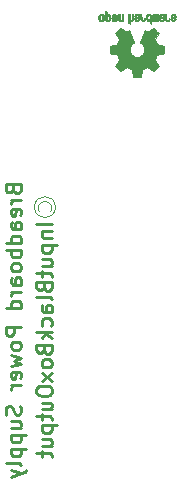
<source format=gbo>
G04 #@! TF.GenerationSoftware,KiCad,Pcbnew,(5.1.4)-1*
G04 #@! TF.CreationDate,2020-11-14T09:15:54+05:30*
G04 #@! TF.ProjectId,Breadboard_Power_Supply,42726561-6462-46f6-9172-645f506f7765,1*
G04 #@! TF.SameCoordinates,Original*
G04 #@! TF.FileFunction,Legend,Bot*
G04 #@! TF.FilePolarity,Positive*
%FSLAX46Y46*%
G04 Gerber Fmt 4.6, Leading zero omitted, Abs format (unit mm)*
G04 Created by KiCad (PCBNEW (5.1.4)-1) date 2020-11-14 09:15:54*
%MOMM*%
%LPD*%
G04 APERTURE LIST*
%ADD10C,0.120000*%
%ADD11C,0.250000*%
%ADD12C,0.010000*%
G04 APERTURE END LIST*
D10*
X140608054Y-77494844D02*
G75*
G02X141600000Y-77500000I497519J294844D01*
G01*
X142000000Y-77105573D02*
G75*
G03X142000000Y-77105573I-894427J0D01*
G01*
D11*
X141688095Y-78550000D02*
X140388095Y-78550000D01*
X140821428Y-79169047D02*
X141688095Y-79169047D01*
X140945238Y-79169047D02*
X140883333Y-79230952D01*
X140821428Y-79354761D01*
X140821428Y-79540476D01*
X140883333Y-79664285D01*
X141007142Y-79726190D01*
X141688095Y-79726190D01*
X140821428Y-80345238D02*
X142121428Y-80345238D01*
X140883333Y-80345238D02*
X140821428Y-80469047D01*
X140821428Y-80716666D01*
X140883333Y-80840476D01*
X140945238Y-80902380D01*
X141069047Y-80964285D01*
X141440476Y-80964285D01*
X141564285Y-80902380D01*
X141626190Y-80840476D01*
X141688095Y-80716666D01*
X141688095Y-80469047D01*
X141626190Y-80345238D01*
X140821428Y-82078571D02*
X141688095Y-82078571D01*
X140821428Y-81521428D02*
X141502380Y-81521428D01*
X141626190Y-81583333D01*
X141688095Y-81707142D01*
X141688095Y-81892857D01*
X141626190Y-82016666D01*
X141564285Y-82078571D01*
X140821428Y-82511904D02*
X140821428Y-83007142D01*
X140388095Y-82697619D02*
X141502380Y-82697619D01*
X141626190Y-82759523D01*
X141688095Y-82883333D01*
X141688095Y-83007142D01*
X141007142Y-83873809D02*
X141069047Y-84059523D01*
X141130952Y-84121428D01*
X141254761Y-84183333D01*
X141440476Y-84183333D01*
X141564285Y-84121428D01*
X141626190Y-84059523D01*
X141688095Y-83935714D01*
X141688095Y-83440476D01*
X140388095Y-83440476D01*
X140388095Y-83873809D01*
X140450000Y-83997619D01*
X140511904Y-84059523D01*
X140635714Y-84121428D01*
X140759523Y-84121428D01*
X140883333Y-84059523D01*
X140945238Y-83997619D01*
X141007142Y-83873809D01*
X141007142Y-83440476D01*
X141688095Y-84926190D02*
X141626190Y-84802380D01*
X141502380Y-84740476D01*
X140388095Y-84740476D01*
X141688095Y-85978571D02*
X141007142Y-85978571D01*
X140883333Y-85916666D01*
X140821428Y-85792857D01*
X140821428Y-85545238D01*
X140883333Y-85421428D01*
X141626190Y-85978571D02*
X141688095Y-85854761D01*
X141688095Y-85545238D01*
X141626190Y-85421428D01*
X141502380Y-85359523D01*
X141378571Y-85359523D01*
X141254761Y-85421428D01*
X141192857Y-85545238D01*
X141192857Y-85854761D01*
X141130952Y-85978571D01*
X141626190Y-87154761D02*
X141688095Y-87030952D01*
X141688095Y-86783333D01*
X141626190Y-86659523D01*
X141564285Y-86597619D01*
X141440476Y-86535714D01*
X141069047Y-86535714D01*
X140945238Y-86597619D01*
X140883333Y-86659523D01*
X140821428Y-86783333D01*
X140821428Y-87030952D01*
X140883333Y-87154761D01*
X141688095Y-87711904D02*
X140388095Y-87711904D01*
X141192857Y-87835714D02*
X141688095Y-88207142D01*
X140821428Y-88207142D02*
X141316666Y-87711904D01*
X141007142Y-89197619D02*
X141069047Y-89383333D01*
X141130952Y-89445238D01*
X141254761Y-89507142D01*
X141440476Y-89507142D01*
X141564285Y-89445238D01*
X141626190Y-89383333D01*
X141688095Y-89259523D01*
X141688095Y-88764285D01*
X140388095Y-88764285D01*
X140388095Y-89197619D01*
X140450000Y-89321428D01*
X140511904Y-89383333D01*
X140635714Y-89445238D01*
X140759523Y-89445238D01*
X140883333Y-89383333D01*
X140945238Y-89321428D01*
X141007142Y-89197619D01*
X141007142Y-88764285D01*
X141688095Y-90250000D02*
X141626190Y-90126190D01*
X141564285Y-90064285D01*
X141440476Y-90002380D01*
X141069047Y-90002380D01*
X140945238Y-90064285D01*
X140883333Y-90126190D01*
X140821428Y-90250000D01*
X140821428Y-90435714D01*
X140883333Y-90559523D01*
X140945238Y-90621428D01*
X141069047Y-90683333D01*
X141440476Y-90683333D01*
X141564285Y-90621428D01*
X141626190Y-90559523D01*
X141688095Y-90435714D01*
X141688095Y-90250000D01*
X141688095Y-91116666D02*
X140821428Y-91797619D01*
X140821428Y-91116666D02*
X141688095Y-91797619D01*
X140388095Y-92540476D02*
X140388095Y-92788095D01*
X140450000Y-92911904D01*
X140573809Y-93035714D01*
X140821428Y-93097619D01*
X141254761Y-93097619D01*
X141502380Y-93035714D01*
X141626190Y-92911904D01*
X141688095Y-92788095D01*
X141688095Y-92540476D01*
X141626190Y-92416666D01*
X141502380Y-92292857D01*
X141254761Y-92230952D01*
X140821428Y-92230952D01*
X140573809Y-92292857D01*
X140450000Y-92416666D01*
X140388095Y-92540476D01*
X140821428Y-94211904D02*
X141688095Y-94211904D01*
X140821428Y-93654761D02*
X141502380Y-93654761D01*
X141626190Y-93716666D01*
X141688095Y-93840476D01*
X141688095Y-94026190D01*
X141626190Y-94150000D01*
X141564285Y-94211904D01*
X140821428Y-94645238D02*
X140821428Y-95140476D01*
X140388095Y-94830952D02*
X141502380Y-94830952D01*
X141626190Y-94892857D01*
X141688095Y-95016666D01*
X141688095Y-95140476D01*
X140821428Y-95573809D02*
X142121428Y-95573809D01*
X140883333Y-95573809D02*
X140821428Y-95697619D01*
X140821428Y-95945238D01*
X140883333Y-96069047D01*
X140945238Y-96130952D01*
X141069047Y-96192857D01*
X141440476Y-96192857D01*
X141564285Y-96130952D01*
X141626190Y-96069047D01*
X141688095Y-95945238D01*
X141688095Y-95697619D01*
X141626190Y-95573809D01*
X140821428Y-97307142D02*
X141688095Y-97307142D01*
X140821428Y-96750000D02*
X141502380Y-96750000D01*
X141626190Y-96811904D01*
X141688095Y-96935714D01*
X141688095Y-97121428D01*
X141626190Y-97245238D01*
X141564285Y-97307142D01*
X140821428Y-97740476D02*
X140821428Y-98235714D01*
X140388095Y-97926190D02*
X141502380Y-97926190D01*
X141626190Y-97988095D01*
X141688095Y-98111904D01*
X141688095Y-98235714D01*
X138407142Y-75614285D02*
X138469047Y-75800000D01*
X138530952Y-75861904D01*
X138654761Y-75923809D01*
X138840476Y-75923809D01*
X138964285Y-75861904D01*
X139026190Y-75800000D01*
X139088095Y-75676190D01*
X139088095Y-75180952D01*
X137788095Y-75180952D01*
X137788095Y-75614285D01*
X137850000Y-75738095D01*
X137911904Y-75800000D01*
X138035714Y-75861904D01*
X138159523Y-75861904D01*
X138283333Y-75800000D01*
X138345238Y-75738095D01*
X138407142Y-75614285D01*
X138407142Y-75180952D01*
X139088095Y-76480952D02*
X138221428Y-76480952D01*
X138469047Y-76480952D02*
X138345238Y-76542857D01*
X138283333Y-76604761D01*
X138221428Y-76728571D01*
X138221428Y-76852380D01*
X139026190Y-77780952D02*
X139088095Y-77657142D01*
X139088095Y-77409523D01*
X139026190Y-77285714D01*
X138902380Y-77223809D01*
X138407142Y-77223809D01*
X138283333Y-77285714D01*
X138221428Y-77409523D01*
X138221428Y-77657142D01*
X138283333Y-77780952D01*
X138407142Y-77842857D01*
X138530952Y-77842857D01*
X138654761Y-77223809D01*
X139088095Y-78957142D02*
X138407142Y-78957142D01*
X138283333Y-78895238D01*
X138221428Y-78771428D01*
X138221428Y-78523809D01*
X138283333Y-78400000D01*
X139026190Y-78957142D02*
X139088095Y-78833333D01*
X139088095Y-78523809D01*
X139026190Y-78400000D01*
X138902380Y-78338095D01*
X138778571Y-78338095D01*
X138654761Y-78400000D01*
X138592857Y-78523809D01*
X138592857Y-78833333D01*
X138530952Y-78957142D01*
X139088095Y-80133333D02*
X137788095Y-80133333D01*
X139026190Y-80133333D02*
X139088095Y-80009523D01*
X139088095Y-79761904D01*
X139026190Y-79638095D01*
X138964285Y-79576190D01*
X138840476Y-79514285D01*
X138469047Y-79514285D01*
X138345238Y-79576190D01*
X138283333Y-79638095D01*
X138221428Y-79761904D01*
X138221428Y-80009523D01*
X138283333Y-80133333D01*
X139088095Y-80752380D02*
X137788095Y-80752380D01*
X138283333Y-80752380D02*
X138221428Y-80876190D01*
X138221428Y-81123809D01*
X138283333Y-81247619D01*
X138345238Y-81309523D01*
X138469047Y-81371428D01*
X138840476Y-81371428D01*
X138964285Y-81309523D01*
X139026190Y-81247619D01*
X139088095Y-81123809D01*
X139088095Y-80876190D01*
X139026190Y-80752380D01*
X139088095Y-82114285D02*
X139026190Y-81990476D01*
X138964285Y-81928571D01*
X138840476Y-81866666D01*
X138469047Y-81866666D01*
X138345238Y-81928571D01*
X138283333Y-81990476D01*
X138221428Y-82114285D01*
X138221428Y-82300000D01*
X138283333Y-82423809D01*
X138345238Y-82485714D01*
X138469047Y-82547619D01*
X138840476Y-82547619D01*
X138964285Y-82485714D01*
X139026190Y-82423809D01*
X139088095Y-82300000D01*
X139088095Y-82114285D01*
X139088095Y-83661904D02*
X138407142Y-83661904D01*
X138283333Y-83600000D01*
X138221428Y-83476190D01*
X138221428Y-83228571D01*
X138283333Y-83104761D01*
X139026190Y-83661904D02*
X139088095Y-83538095D01*
X139088095Y-83228571D01*
X139026190Y-83104761D01*
X138902380Y-83042857D01*
X138778571Y-83042857D01*
X138654761Y-83104761D01*
X138592857Y-83228571D01*
X138592857Y-83538095D01*
X138530952Y-83661904D01*
X139088095Y-84280952D02*
X138221428Y-84280952D01*
X138469047Y-84280952D02*
X138345238Y-84342857D01*
X138283333Y-84404761D01*
X138221428Y-84528571D01*
X138221428Y-84652380D01*
X139088095Y-85642857D02*
X137788095Y-85642857D01*
X139026190Y-85642857D02*
X139088095Y-85519047D01*
X139088095Y-85271428D01*
X139026190Y-85147619D01*
X138964285Y-85085714D01*
X138840476Y-85023809D01*
X138469047Y-85023809D01*
X138345238Y-85085714D01*
X138283333Y-85147619D01*
X138221428Y-85271428D01*
X138221428Y-85519047D01*
X138283333Y-85642857D01*
X139088095Y-87252380D02*
X137788095Y-87252380D01*
X137788095Y-87747619D01*
X137850000Y-87871428D01*
X137911904Y-87933333D01*
X138035714Y-87995238D01*
X138221428Y-87995238D01*
X138345238Y-87933333D01*
X138407142Y-87871428D01*
X138469047Y-87747619D01*
X138469047Y-87252380D01*
X139088095Y-88738095D02*
X139026190Y-88614285D01*
X138964285Y-88552380D01*
X138840476Y-88490476D01*
X138469047Y-88490476D01*
X138345238Y-88552380D01*
X138283333Y-88614285D01*
X138221428Y-88738095D01*
X138221428Y-88923809D01*
X138283333Y-89047619D01*
X138345238Y-89109523D01*
X138469047Y-89171428D01*
X138840476Y-89171428D01*
X138964285Y-89109523D01*
X139026190Y-89047619D01*
X139088095Y-88923809D01*
X139088095Y-88738095D01*
X138221428Y-89604761D02*
X139088095Y-89852380D01*
X138469047Y-90100000D01*
X139088095Y-90347619D01*
X138221428Y-90595238D01*
X139026190Y-91585714D02*
X139088095Y-91461904D01*
X139088095Y-91214285D01*
X139026190Y-91090476D01*
X138902380Y-91028571D01*
X138407142Y-91028571D01*
X138283333Y-91090476D01*
X138221428Y-91214285D01*
X138221428Y-91461904D01*
X138283333Y-91585714D01*
X138407142Y-91647619D01*
X138530952Y-91647619D01*
X138654761Y-91028571D01*
X139088095Y-92204761D02*
X138221428Y-92204761D01*
X138469047Y-92204761D02*
X138345238Y-92266666D01*
X138283333Y-92328571D01*
X138221428Y-92452380D01*
X138221428Y-92576190D01*
X139026190Y-93938095D02*
X139088095Y-94123809D01*
X139088095Y-94433333D01*
X139026190Y-94557142D01*
X138964285Y-94619047D01*
X138840476Y-94680952D01*
X138716666Y-94680952D01*
X138592857Y-94619047D01*
X138530952Y-94557142D01*
X138469047Y-94433333D01*
X138407142Y-94185714D01*
X138345238Y-94061904D01*
X138283333Y-94000000D01*
X138159523Y-93938095D01*
X138035714Y-93938095D01*
X137911904Y-94000000D01*
X137850000Y-94061904D01*
X137788095Y-94185714D01*
X137788095Y-94495238D01*
X137850000Y-94680952D01*
X138221428Y-95795238D02*
X139088095Y-95795238D01*
X138221428Y-95238095D02*
X138902380Y-95238095D01*
X139026190Y-95300000D01*
X139088095Y-95423809D01*
X139088095Y-95609523D01*
X139026190Y-95733333D01*
X138964285Y-95795238D01*
X138221428Y-96414285D02*
X139521428Y-96414285D01*
X138283333Y-96414285D02*
X138221428Y-96538095D01*
X138221428Y-96785714D01*
X138283333Y-96909523D01*
X138345238Y-96971428D01*
X138469047Y-97033333D01*
X138840476Y-97033333D01*
X138964285Y-96971428D01*
X139026190Y-96909523D01*
X139088095Y-96785714D01*
X139088095Y-96538095D01*
X139026190Y-96414285D01*
X138221428Y-97590476D02*
X139521428Y-97590476D01*
X138283333Y-97590476D02*
X138221428Y-97714285D01*
X138221428Y-97961904D01*
X138283333Y-98085714D01*
X138345238Y-98147619D01*
X138469047Y-98209523D01*
X138840476Y-98209523D01*
X138964285Y-98147619D01*
X139026190Y-98085714D01*
X139088095Y-97961904D01*
X139088095Y-97714285D01*
X139026190Y-97590476D01*
X139088095Y-98952380D02*
X139026190Y-98828571D01*
X138902380Y-98766666D01*
X137788095Y-98766666D01*
X138221428Y-99323809D02*
X139088095Y-99633333D01*
X138221428Y-99942857D02*
X139088095Y-99633333D01*
X139397619Y-99509523D01*
X139459523Y-99447619D01*
X139521428Y-99323809D01*
D12*
G36*
X149003910Y-66057652D02*
G01*
X149082454Y-66057222D01*
X149139298Y-66056058D01*
X149178105Y-66053793D01*
X149202538Y-66050060D01*
X149216262Y-66044494D01*
X149222940Y-66036727D01*
X149226236Y-66026395D01*
X149226556Y-66025057D01*
X149231562Y-66000921D01*
X149240829Y-65953299D01*
X149253392Y-65887259D01*
X149268287Y-65807872D01*
X149284551Y-65720204D01*
X149285119Y-65717125D01*
X149301410Y-65631211D01*
X149316652Y-65555304D01*
X149329861Y-65493955D01*
X149340054Y-65451718D01*
X149346248Y-65433145D01*
X149346543Y-65432816D01*
X149364788Y-65423747D01*
X149402405Y-65408633D01*
X149451271Y-65390738D01*
X149451543Y-65390642D01*
X149513093Y-65367507D01*
X149585657Y-65338035D01*
X149654057Y-65308403D01*
X149657294Y-65306938D01*
X149768702Y-65256374D01*
X150015399Y-65424840D01*
X150091077Y-65476197D01*
X150159631Y-65522111D01*
X150217088Y-65559970D01*
X150259476Y-65587163D01*
X150282825Y-65601079D01*
X150285042Y-65602111D01*
X150302010Y-65597516D01*
X150333701Y-65575345D01*
X150381352Y-65534553D01*
X150446198Y-65474095D01*
X150512397Y-65409773D01*
X150576214Y-65346388D01*
X150633329Y-65288549D01*
X150680305Y-65239825D01*
X150713703Y-65203790D01*
X150730085Y-65184016D01*
X150730694Y-65182998D01*
X150732505Y-65169428D01*
X150725683Y-65147267D01*
X150708540Y-65113522D01*
X150679393Y-65065200D01*
X150636555Y-64999308D01*
X150579448Y-64914483D01*
X150528766Y-64839823D01*
X150483461Y-64772860D01*
X150446150Y-64717484D01*
X150419452Y-64677580D01*
X150405985Y-64657038D01*
X150405137Y-64655644D01*
X150406781Y-64635962D01*
X150419245Y-64597707D01*
X150440048Y-64548111D01*
X150447462Y-64532272D01*
X150479814Y-64461710D01*
X150514328Y-64381647D01*
X150542365Y-64312371D01*
X150562568Y-64260955D01*
X150578615Y-64221881D01*
X150587888Y-64201459D01*
X150589041Y-64199886D01*
X150606096Y-64197279D01*
X150646298Y-64190137D01*
X150704302Y-64179477D01*
X150774763Y-64166315D01*
X150852335Y-64151667D01*
X150931672Y-64136551D01*
X151007431Y-64121982D01*
X151074264Y-64108978D01*
X151126828Y-64098555D01*
X151159776Y-64091730D01*
X151167857Y-64089801D01*
X151176205Y-64085038D01*
X151182506Y-64074282D01*
X151187045Y-64053902D01*
X151190104Y-64020266D01*
X151191967Y-63969745D01*
X151192918Y-63898708D01*
X151193240Y-63803524D01*
X151193257Y-63764508D01*
X151193257Y-63447201D01*
X151117057Y-63432161D01*
X151074663Y-63424005D01*
X151011400Y-63412101D01*
X150934962Y-63397884D01*
X150853043Y-63382790D01*
X150830400Y-63378645D01*
X150754806Y-63363947D01*
X150688953Y-63349495D01*
X150638366Y-63336625D01*
X150608574Y-63326678D01*
X150603612Y-63323713D01*
X150591426Y-63302717D01*
X150573953Y-63262033D01*
X150554577Y-63209678D01*
X150550734Y-63198400D01*
X150525339Y-63128477D01*
X150493817Y-63049582D01*
X150462969Y-62978734D01*
X150462817Y-62978405D01*
X150411447Y-62867267D01*
X150580399Y-62618747D01*
X150749352Y-62370228D01*
X150532429Y-62152942D01*
X150466819Y-62088274D01*
X150406979Y-62031267D01*
X150356267Y-61984967D01*
X150318046Y-61952416D01*
X150295675Y-61936657D01*
X150292466Y-61935657D01*
X150273626Y-61943531D01*
X150235180Y-61965422D01*
X150181330Y-61998733D01*
X150116276Y-62040869D01*
X150045940Y-62088057D01*
X149974555Y-62136190D01*
X149910908Y-62178072D01*
X149859041Y-62211129D01*
X149822995Y-62232782D01*
X149806867Y-62240457D01*
X149787189Y-62233963D01*
X149749875Y-62216850D01*
X149702621Y-62192674D01*
X149697612Y-62189987D01*
X149633977Y-62158073D01*
X149590341Y-62142421D01*
X149563202Y-62142255D01*
X149549057Y-62156796D01*
X149548975Y-62157000D01*
X149541905Y-62174221D01*
X149525042Y-62215101D01*
X149499695Y-62276475D01*
X149467171Y-62355181D01*
X149428778Y-62448053D01*
X149385822Y-62551928D01*
X149344222Y-62652498D01*
X149298504Y-62763484D01*
X149256526Y-62866297D01*
X149219548Y-62957785D01*
X149188827Y-63034799D01*
X149165622Y-63094185D01*
X149151190Y-63132791D01*
X149146743Y-63147200D01*
X149157896Y-63163728D01*
X149187069Y-63190070D01*
X149225971Y-63219113D01*
X149336757Y-63310961D01*
X149423351Y-63416241D01*
X149484716Y-63532734D01*
X149519815Y-63658224D01*
X149527608Y-63790493D01*
X149521943Y-63851543D01*
X149491078Y-63978205D01*
X149437920Y-64090059D01*
X149365767Y-64185999D01*
X149277917Y-64264924D01*
X149177665Y-64325730D01*
X149068310Y-64367313D01*
X148953147Y-64388572D01*
X148835475Y-64388401D01*
X148718590Y-64365699D01*
X148605789Y-64319362D01*
X148500369Y-64248287D01*
X148456368Y-64208089D01*
X148371979Y-64104871D01*
X148313222Y-63992075D01*
X148279704Y-63872990D01*
X148271035Y-63750905D01*
X148286823Y-63629107D01*
X148326678Y-63510884D01*
X148390207Y-63399525D01*
X148477021Y-63298316D01*
X148574029Y-63219113D01*
X148614437Y-63188838D01*
X148642982Y-63162781D01*
X148653257Y-63147175D01*
X148647877Y-63130157D01*
X148632575Y-63089500D01*
X148608612Y-63028358D01*
X148577244Y-62949881D01*
X148539732Y-62857220D01*
X148497333Y-62753528D01*
X148455663Y-62652474D01*
X148409690Y-62541393D01*
X148367107Y-62438459D01*
X148329221Y-62346835D01*
X148297340Y-62269684D01*
X148272771Y-62210169D01*
X148256820Y-62171456D01*
X148250910Y-62157000D01*
X148236948Y-62142315D01*
X148209940Y-62142358D01*
X148166413Y-62157901D01*
X148102890Y-62189716D01*
X148102388Y-62189987D01*
X148054560Y-62214677D01*
X148015897Y-62232662D01*
X147994095Y-62240386D01*
X147993133Y-62240457D01*
X147976721Y-62232622D01*
X147940487Y-62210835D01*
X147888474Y-62177672D01*
X147824725Y-62135709D01*
X147754060Y-62088057D01*
X147682116Y-62039809D01*
X147617274Y-61997849D01*
X147563735Y-61964773D01*
X147525697Y-61943179D01*
X147507533Y-61935657D01*
X147490808Y-61945543D01*
X147457180Y-61973174D01*
X147410010Y-62015505D01*
X147352658Y-62069495D01*
X147288484Y-62132101D01*
X147267497Y-62153017D01*
X147050499Y-62370377D01*
X147215668Y-62612780D01*
X147265864Y-62687219D01*
X147309919Y-62754028D01*
X147345362Y-62809335D01*
X147369719Y-62849271D01*
X147380522Y-62869964D01*
X147380838Y-62871437D01*
X147375143Y-62890942D01*
X147359826Y-62930178D01*
X147337537Y-62982570D01*
X147321893Y-63017645D01*
X147292641Y-63084799D01*
X147265094Y-63152642D01*
X147243737Y-63209966D01*
X147237935Y-63227428D01*
X147221452Y-63274062D01*
X147205340Y-63310095D01*
X147196490Y-63323713D01*
X147176960Y-63332048D01*
X147134334Y-63343863D01*
X147074145Y-63357819D01*
X147001922Y-63372578D01*
X146969600Y-63378645D01*
X146887522Y-63393727D01*
X146808795Y-63408331D01*
X146741109Y-63421020D01*
X146692160Y-63430358D01*
X146682943Y-63432161D01*
X146606743Y-63447201D01*
X146606743Y-63764508D01*
X146606914Y-63868846D01*
X146607616Y-63947787D01*
X146609134Y-64004962D01*
X146611749Y-64044001D01*
X146615746Y-64068535D01*
X146621409Y-64082195D01*
X146629020Y-64088611D01*
X146632143Y-64089801D01*
X146650978Y-64094020D01*
X146692588Y-64102438D01*
X146751630Y-64114039D01*
X146822757Y-64127805D01*
X146900625Y-64142720D01*
X146979887Y-64157768D01*
X147055198Y-64171931D01*
X147121213Y-64184194D01*
X147172587Y-64193539D01*
X147203975Y-64198950D01*
X147210959Y-64199886D01*
X147217285Y-64212404D01*
X147231290Y-64245754D01*
X147250355Y-64293623D01*
X147257634Y-64312371D01*
X147286996Y-64384805D01*
X147321571Y-64464830D01*
X147352537Y-64532272D01*
X147375323Y-64583841D01*
X147390482Y-64626215D01*
X147395542Y-64652166D01*
X147394736Y-64655644D01*
X147384041Y-64672064D01*
X147359620Y-64708583D01*
X147324095Y-64761313D01*
X147280087Y-64826365D01*
X147230217Y-64899849D01*
X147220356Y-64914355D01*
X147162492Y-65000296D01*
X147119956Y-65065739D01*
X147091054Y-65113696D01*
X147074090Y-65147180D01*
X147067367Y-65169205D01*
X147069190Y-65182783D01*
X147069236Y-65182869D01*
X147083586Y-65200703D01*
X147115323Y-65235183D01*
X147161010Y-65282732D01*
X147217204Y-65339778D01*
X147280468Y-65402745D01*
X147287602Y-65409773D01*
X147367330Y-65486980D01*
X147428857Y-65543670D01*
X147473421Y-65580890D01*
X147502257Y-65599685D01*
X147514958Y-65602111D01*
X147533494Y-65591529D01*
X147571961Y-65567084D01*
X147626386Y-65531388D01*
X147692798Y-65487053D01*
X147767225Y-65436689D01*
X147784601Y-65424840D01*
X148031297Y-65256374D01*
X148142706Y-65306938D01*
X148210457Y-65336405D01*
X148283183Y-65366041D01*
X148345703Y-65389670D01*
X148348457Y-65390642D01*
X148397360Y-65408543D01*
X148435057Y-65423680D01*
X148453425Y-65432790D01*
X148453456Y-65432816D01*
X148459285Y-65449283D01*
X148469192Y-65489781D01*
X148482195Y-65549758D01*
X148497309Y-65624660D01*
X148513552Y-65709936D01*
X148514881Y-65717125D01*
X148531175Y-65804986D01*
X148546133Y-65884740D01*
X148558791Y-65951319D01*
X148568186Y-65999653D01*
X148573354Y-66024675D01*
X148573444Y-66025057D01*
X148576589Y-66035701D01*
X148582704Y-66043738D01*
X148595453Y-66049533D01*
X148618500Y-66053453D01*
X148655509Y-66055865D01*
X148710144Y-66057135D01*
X148786067Y-66057629D01*
X148886944Y-66057714D01*
X148900000Y-66057714D01*
X149003910Y-66057652D01*
X149003910Y-66057652D01*
G37*
X149003910Y-66057652D02*
X149082454Y-66057222D01*
X149139298Y-66056058D01*
X149178105Y-66053793D01*
X149202538Y-66050060D01*
X149216262Y-66044494D01*
X149222940Y-66036727D01*
X149226236Y-66026395D01*
X149226556Y-66025057D01*
X149231562Y-66000921D01*
X149240829Y-65953299D01*
X149253392Y-65887259D01*
X149268287Y-65807872D01*
X149284551Y-65720204D01*
X149285119Y-65717125D01*
X149301410Y-65631211D01*
X149316652Y-65555304D01*
X149329861Y-65493955D01*
X149340054Y-65451718D01*
X149346248Y-65433145D01*
X149346543Y-65432816D01*
X149364788Y-65423747D01*
X149402405Y-65408633D01*
X149451271Y-65390738D01*
X149451543Y-65390642D01*
X149513093Y-65367507D01*
X149585657Y-65338035D01*
X149654057Y-65308403D01*
X149657294Y-65306938D01*
X149768702Y-65256374D01*
X150015399Y-65424840D01*
X150091077Y-65476197D01*
X150159631Y-65522111D01*
X150217088Y-65559970D01*
X150259476Y-65587163D01*
X150282825Y-65601079D01*
X150285042Y-65602111D01*
X150302010Y-65597516D01*
X150333701Y-65575345D01*
X150381352Y-65534553D01*
X150446198Y-65474095D01*
X150512397Y-65409773D01*
X150576214Y-65346388D01*
X150633329Y-65288549D01*
X150680305Y-65239825D01*
X150713703Y-65203790D01*
X150730085Y-65184016D01*
X150730694Y-65182998D01*
X150732505Y-65169428D01*
X150725683Y-65147267D01*
X150708540Y-65113522D01*
X150679393Y-65065200D01*
X150636555Y-64999308D01*
X150579448Y-64914483D01*
X150528766Y-64839823D01*
X150483461Y-64772860D01*
X150446150Y-64717484D01*
X150419452Y-64677580D01*
X150405985Y-64657038D01*
X150405137Y-64655644D01*
X150406781Y-64635962D01*
X150419245Y-64597707D01*
X150440048Y-64548111D01*
X150447462Y-64532272D01*
X150479814Y-64461710D01*
X150514328Y-64381647D01*
X150542365Y-64312371D01*
X150562568Y-64260955D01*
X150578615Y-64221881D01*
X150587888Y-64201459D01*
X150589041Y-64199886D01*
X150606096Y-64197279D01*
X150646298Y-64190137D01*
X150704302Y-64179477D01*
X150774763Y-64166315D01*
X150852335Y-64151667D01*
X150931672Y-64136551D01*
X151007431Y-64121982D01*
X151074264Y-64108978D01*
X151126828Y-64098555D01*
X151159776Y-64091730D01*
X151167857Y-64089801D01*
X151176205Y-64085038D01*
X151182506Y-64074282D01*
X151187045Y-64053902D01*
X151190104Y-64020266D01*
X151191967Y-63969745D01*
X151192918Y-63898708D01*
X151193240Y-63803524D01*
X151193257Y-63764508D01*
X151193257Y-63447201D01*
X151117057Y-63432161D01*
X151074663Y-63424005D01*
X151011400Y-63412101D01*
X150934962Y-63397884D01*
X150853043Y-63382790D01*
X150830400Y-63378645D01*
X150754806Y-63363947D01*
X150688953Y-63349495D01*
X150638366Y-63336625D01*
X150608574Y-63326678D01*
X150603612Y-63323713D01*
X150591426Y-63302717D01*
X150573953Y-63262033D01*
X150554577Y-63209678D01*
X150550734Y-63198400D01*
X150525339Y-63128477D01*
X150493817Y-63049582D01*
X150462969Y-62978734D01*
X150462817Y-62978405D01*
X150411447Y-62867267D01*
X150580399Y-62618747D01*
X150749352Y-62370228D01*
X150532429Y-62152942D01*
X150466819Y-62088274D01*
X150406979Y-62031267D01*
X150356267Y-61984967D01*
X150318046Y-61952416D01*
X150295675Y-61936657D01*
X150292466Y-61935657D01*
X150273626Y-61943531D01*
X150235180Y-61965422D01*
X150181330Y-61998733D01*
X150116276Y-62040869D01*
X150045940Y-62088057D01*
X149974555Y-62136190D01*
X149910908Y-62178072D01*
X149859041Y-62211129D01*
X149822995Y-62232782D01*
X149806867Y-62240457D01*
X149787189Y-62233963D01*
X149749875Y-62216850D01*
X149702621Y-62192674D01*
X149697612Y-62189987D01*
X149633977Y-62158073D01*
X149590341Y-62142421D01*
X149563202Y-62142255D01*
X149549057Y-62156796D01*
X149548975Y-62157000D01*
X149541905Y-62174221D01*
X149525042Y-62215101D01*
X149499695Y-62276475D01*
X149467171Y-62355181D01*
X149428778Y-62448053D01*
X149385822Y-62551928D01*
X149344222Y-62652498D01*
X149298504Y-62763484D01*
X149256526Y-62866297D01*
X149219548Y-62957785D01*
X149188827Y-63034799D01*
X149165622Y-63094185D01*
X149151190Y-63132791D01*
X149146743Y-63147200D01*
X149157896Y-63163728D01*
X149187069Y-63190070D01*
X149225971Y-63219113D01*
X149336757Y-63310961D01*
X149423351Y-63416241D01*
X149484716Y-63532734D01*
X149519815Y-63658224D01*
X149527608Y-63790493D01*
X149521943Y-63851543D01*
X149491078Y-63978205D01*
X149437920Y-64090059D01*
X149365767Y-64185999D01*
X149277917Y-64264924D01*
X149177665Y-64325730D01*
X149068310Y-64367313D01*
X148953147Y-64388572D01*
X148835475Y-64388401D01*
X148718590Y-64365699D01*
X148605789Y-64319362D01*
X148500369Y-64248287D01*
X148456368Y-64208089D01*
X148371979Y-64104871D01*
X148313222Y-63992075D01*
X148279704Y-63872990D01*
X148271035Y-63750905D01*
X148286823Y-63629107D01*
X148326678Y-63510884D01*
X148390207Y-63399525D01*
X148477021Y-63298316D01*
X148574029Y-63219113D01*
X148614437Y-63188838D01*
X148642982Y-63162781D01*
X148653257Y-63147175D01*
X148647877Y-63130157D01*
X148632575Y-63089500D01*
X148608612Y-63028358D01*
X148577244Y-62949881D01*
X148539732Y-62857220D01*
X148497333Y-62753528D01*
X148455663Y-62652474D01*
X148409690Y-62541393D01*
X148367107Y-62438459D01*
X148329221Y-62346835D01*
X148297340Y-62269684D01*
X148272771Y-62210169D01*
X148256820Y-62171456D01*
X148250910Y-62157000D01*
X148236948Y-62142315D01*
X148209940Y-62142358D01*
X148166413Y-62157901D01*
X148102890Y-62189716D01*
X148102388Y-62189987D01*
X148054560Y-62214677D01*
X148015897Y-62232662D01*
X147994095Y-62240386D01*
X147993133Y-62240457D01*
X147976721Y-62232622D01*
X147940487Y-62210835D01*
X147888474Y-62177672D01*
X147824725Y-62135709D01*
X147754060Y-62088057D01*
X147682116Y-62039809D01*
X147617274Y-61997849D01*
X147563735Y-61964773D01*
X147525697Y-61943179D01*
X147507533Y-61935657D01*
X147490808Y-61945543D01*
X147457180Y-61973174D01*
X147410010Y-62015505D01*
X147352658Y-62069495D01*
X147288484Y-62132101D01*
X147267497Y-62153017D01*
X147050499Y-62370377D01*
X147215668Y-62612780D01*
X147265864Y-62687219D01*
X147309919Y-62754028D01*
X147345362Y-62809335D01*
X147369719Y-62849271D01*
X147380522Y-62869964D01*
X147380838Y-62871437D01*
X147375143Y-62890942D01*
X147359826Y-62930178D01*
X147337537Y-62982570D01*
X147321893Y-63017645D01*
X147292641Y-63084799D01*
X147265094Y-63152642D01*
X147243737Y-63209966D01*
X147237935Y-63227428D01*
X147221452Y-63274062D01*
X147205340Y-63310095D01*
X147196490Y-63323713D01*
X147176960Y-63332048D01*
X147134334Y-63343863D01*
X147074145Y-63357819D01*
X147001922Y-63372578D01*
X146969600Y-63378645D01*
X146887522Y-63393727D01*
X146808795Y-63408331D01*
X146741109Y-63421020D01*
X146692160Y-63430358D01*
X146682943Y-63432161D01*
X146606743Y-63447201D01*
X146606743Y-63764508D01*
X146606914Y-63868846D01*
X146607616Y-63947787D01*
X146609134Y-64004962D01*
X146611749Y-64044001D01*
X146615746Y-64068535D01*
X146621409Y-64082195D01*
X146629020Y-64088611D01*
X146632143Y-64089801D01*
X146650978Y-64094020D01*
X146692588Y-64102438D01*
X146751630Y-64114039D01*
X146822757Y-64127805D01*
X146900625Y-64142720D01*
X146979887Y-64157768D01*
X147055198Y-64171931D01*
X147121213Y-64184194D01*
X147172587Y-64193539D01*
X147203975Y-64198950D01*
X147210959Y-64199886D01*
X147217285Y-64212404D01*
X147231290Y-64245754D01*
X147250355Y-64293623D01*
X147257634Y-64312371D01*
X147286996Y-64384805D01*
X147321571Y-64464830D01*
X147352537Y-64532272D01*
X147375323Y-64583841D01*
X147390482Y-64626215D01*
X147395542Y-64652166D01*
X147394736Y-64655644D01*
X147384041Y-64672064D01*
X147359620Y-64708583D01*
X147324095Y-64761313D01*
X147280087Y-64826365D01*
X147230217Y-64899849D01*
X147220356Y-64914355D01*
X147162492Y-65000296D01*
X147119956Y-65065739D01*
X147091054Y-65113696D01*
X147074090Y-65147180D01*
X147067367Y-65169205D01*
X147069190Y-65182783D01*
X147069236Y-65182869D01*
X147083586Y-65200703D01*
X147115323Y-65235183D01*
X147161010Y-65282732D01*
X147217204Y-65339778D01*
X147280468Y-65402745D01*
X147287602Y-65409773D01*
X147367330Y-65486980D01*
X147428857Y-65543670D01*
X147473421Y-65580890D01*
X147502257Y-65599685D01*
X147514958Y-65602111D01*
X147533494Y-65591529D01*
X147571961Y-65567084D01*
X147626386Y-65531388D01*
X147692798Y-65487053D01*
X147767225Y-65436689D01*
X147784601Y-65424840D01*
X148031297Y-65256374D01*
X148142706Y-65306938D01*
X148210457Y-65336405D01*
X148283183Y-65366041D01*
X148345703Y-65389670D01*
X148348457Y-65390642D01*
X148397360Y-65408543D01*
X148435057Y-65423680D01*
X148453425Y-65432790D01*
X148453456Y-65432816D01*
X148459285Y-65449283D01*
X148469192Y-65489781D01*
X148482195Y-65549758D01*
X148497309Y-65624660D01*
X148513552Y-65709936D01*
X148514881Y-65717125D01*
X148531175Y-65804986D01*
X148546133Y-65884740D01*
X148558791Y-65951319D01*
X148568186Y-65999653D01*
X148573354Y-66024675D01*
X148573444Y-66025057D01*
X148576589Y-66035701D01*
X148582704Y-66043738D01*
X148595453Y-66049533D01*
X148618500Y-66053453D01*
X148655509Y-66055865D01*
X148710144Y-66057135D01*
X148786067Y-66057629D01*
X148886944Y-66057714D01*
X148900000Y-66057714D01*
X149003910Y-66057652D01*
G36*
X152053595Y-61333034D02*
G01*
X152111021Y-61295503D01*
X152138719Y-61261904D01*
X152160662Y-61200936D01*
X152162405Y-61152692D01*
X152158457Y-61088184D01*
X152009686Y-61023066D01*
X151937349Y-60989798D01*
X151890084Y-60963036D01*
X151865507Y-60939856D01*
X151861237Y-60917333D01*
X151874889Y-60892545D01*
X151889943Y-60876114D01*
X151933746Y-60849765D01*
X151981389Y-60847919D01*
X152025145Y-60868454D01*
X152057289Y-60909248D01*
X152063038Y-60923653D01*
X152090576Y-60968644D01*
X152122258Y-60987818D01*
X152165714Y-61004221D01*
X152165714Y-60942034D01*
X152161872Y-60899717D01*
X152146823Y-60864031D01*
X152115280Y-60823057D01*
X152110592Y-60817733D01*
X152075506Y-60781280D01*
X152045347Y-60761717D01*
X152007615Y-60752717D01*
X151976335Y-60749770D01*
X151920385Y-60749035D01*
X151880555Y-60758340D01*
X151855708Y-60772154D01*
X151816656Y-60802533D01*
X151789625Y-60835387D01*
X151772517Y-60876706D01*
X151763238Y-60932479D01*
X151759693Y-61008695D01*
X151759410Y-61047378D01*
X151760372Y-61093753D01*
X151848007Y-61093753D01*
X151849023Y-61068874D01*
X151851556Y-61064800D01*
X151868274Y-61070335D01*
X151904249Y-61084983D01*
X151952331Y-61105810D01*
X151962386Y-61110286D01*
X152023152Y-61141186D01*
X152056632Y-61168343D01*
X152063990Y-61193780D01*
X152046391Y-61219519D01*
X152031856Y-61230891D01*
X151979410Y-61253636D01*
X151930322Y-61249878D01*
X151889227Y-61222116D01*
X151860758Y-61172848D01*
X151851631Y-61133743D01*
X151848007Y-61093753D01*
X151760372Y-61093753D01*
X151761285Y-61137751D01*
X151768196Y-61204616D01*
X151781884Y-61253305D01*
X151804096Y-61289151D01*
X151836574Y-61317487D01*
X151850733Y-61326645D01*
X151915053Y-61350493D01*
X151985473Y-61351994D01*
X152053595Y-61333034D01*
X152053595Y-61333034D01*
G37*
X152053595Y-61333034D02*
X152111021Y-61295503D01*
X152138719Y-61261904D01*
X152160662Y-61200936D01*
X152162405Y-61152692D01*
X152158457Y-61088184D01*
X152009686Y-61023066D01*
X151937349Y-60989798D01*
X151890084Y-60963036D01*
X151865507Y-60939856D01*
X151861237Y-60917333D01*
X151874889Y-60892545D01*
X151889943Y-60876114D01*
X151933746Y-60849765D01*
X151981389Y-60847919D01*
X152025145Y-60868454D01*
X152057289Y-60909248D01*
X152063038Y-60923653D01*
X152090576Y-60968644D01*
X152122258Y-60987818D01*
X152165714Y-61004221D01*
X152165714Y-60942034D01*
X152161872Y-60899717D01*
X152146823Y-60864031D01*
X152115280Y-60823057D01*
X152110592Y-60817733D01*
X152075506Y-60781280D01*
X152045347Y-60761717D01*
X152007615Y-60752717D01*
X151976335Y-60749770D01*
X151920385Y-60749035D01*
X151880555Y-60758340D01*
X151855708Y-60772154D01*
X151816656Y-60802533D01*
X151789625Y-60835387D01*
X151772517Y-60876706D01*
X151763238Y-60932479D01*
X151759693Y-61008695D01*
X151759410Y-61047378D01*
X151760372Y-61093753D01*
X151848007Y-61093753D01*
X151849023Y-61068874D01*
X151851556Y-61064800D01*
X151868274Y-61070335D01*
X151904249Y-61084983D01*
X151952331Y-61105810D01*
X151962386Y-61110286D01*
X152023152Y-61141186D01*
X152056632Y-61168343D01*
X152063990Y-61193780D01*
X152046391Y-61219519D01*
X152031856Y-61230891D01*
X151979410Y-61253636D01*
X151930322Y-61249878D01*
X151889227Y-61222116D01*
X151860758Y-61172848D01*
X151851631Y-61133743D01*
X151848007Y-61093753D01*
X151760372Y-61093753D01*
X151761285Y-61137751D01*
X151768196Y-61204616D01*
X151781884Y-61253305D01*
X151804096Y-61289151D01*
X151836574Y-61317487D01*
X151850733Y-61326645D01*
X151915053Y-61350493D01*
X151985473Y-61351994D01*
X152053595Y-61333034D01*
G36*
X151552600Y-61341248D02*
G01*
X151569948Y-61333666D01*
X151611356Y-61300872D01*
X151646765Y-61253453D01*
X151668664Y-61202849D01*
X151672229Y-61177902D01*
X151660279Y-61143073D01*
X151634067Y-61124643D01*
X151605964Y-61113484D01*
X151593095Y-61111428D01*
X151586829Y-61126351D01*
X151574456Y-61158825D01*
X151569028Y-61173498D01*
X151538590Y-61224256D01*
X151494520Y-61249573D01*
X151438010Y-61248794D01*
X151433825Y-61247797D01*
X151403655Y-61233493D01*
X151381476Y-61205607D01*
X151366327Y-61160713D01*
X151357250Y-61095385D01*
X151353286Y-61006196D01*
X151352914Y-60958739D01*
X151352730Y-60883929D01*
X151351522Y-60832931D01*
X151348309Y-60800529D01*
X151342109Y-60781505D01*
X151331940Y-60770644D01*
X151316819Y-60762728D01*
X151315946Y-60762330D01*
X151286828Y-60750019D01*
X151272403Y-60745486D01*
X151270186Y-60759191D01*
X151268289Y-60797075D01*
X151266847Y-60854285D01*
X151265998Y-60925973D01*
X151265829Y-60978435D01*
X151266692Y-61079953D01*
X151270070Y-61156968D01*
X151277142Y-61213977D01*
X151289088Y-61255474D01*
X151307090Y-61285957D01*
X151332327Y-61309920D01*
X151357247Y-61326645D01*
X151417171Y-61348903D01*
X151486911Y-61353924D01*
X151552600Y-61341248D01*
X151552600Y-61341248D01*
G37*
X151552600Y-61341248D02*
X151569948Y-61333666D01*
X151611356Y-61300872D01*
X151646765Y-61253453D01*
X151668664Y-61202849D01*
X151672229Y-61177902D01*
X151660279Y-61143073D01*
X151634067Y-61124643D01*
X151605964Y-61113484D01*
X151593095Y-61111428D01*
X151586829Y-61126351D01*
X151574456Y-61158825D01*
X151569028Y-61173498D01*
X151538590Y-61224256D01*
X151494520Y-61249573D01*
X151438010Y-61248794D01*
X151433825Y-61247797D01*
X151403655Y-61233493D01*
X151381476Y-61205607D01*
X151366327Y-61160713D01*
X151357250Y-61095385D01*
X151353286Y-61006196D01*
X151352914Y-60958739D01*
X151352730Y-60883929D01*
X151351522Y-60832931D01*
X151348309Y-60800529D01*
X151342109Y-60781505D01*
X151331940Y-60770644D01*
X151316819Y-60762728D01*
X151315946Y-60762330D01*
X151286828Y-60750019D01*
X151272403Y-60745486D01*
X151270186Y-60759191D01*
X151268289Y-60797075D01*
X151266847Y-60854285D01*
X151265998Y-60925973D01*
X151265829Y-60978435D01*
X151266692Y-61079953D01*
X151270070Y-61156968D01*
X151277142Y-61213977D01*
X151289088Y-61255474D01*
X151307090Y-61285957D01*
X151332327Y-61309920D01*
X151357247Y-61326645D01*
X151417171Y-61348903D01*
X151486911Y-61353924D01*
X151552600Y-61341248D01*
G36*
X151044876Y-61343665D02*
G01*
X151086667Y-61324656D01*
X151119469Y-61301622D01*
X151143503Y-61275867D01*
X151160097Y-61242642D01*
X151170577Y-61197200D01*
X151176271Y-61134793D01*
X151178507Y-61050673D01*
X151178743Y-60995279D01*
X151178743Y-60779174D01*
X151141774Y-60762330D01*
X151112656Y-60750019D01*
X151098231Y-60745486D01*
X151095472Y-60758975D01*
X151093282Y-60795347D01*
X151091942Y-60848458D01*
X151091657Y-60890628D01*
X151090434Y-60951553D01*
X151087136Y-60999885D01*
X151082321Y-61029482D01*
X151078496Y-61035771D01*
X151052783Y-61029348D01*
X151012418Y-61012875D01*
X150965679Y-60990542D01*
X150920845Y-60966543D01*
X150886193Y-60945070D01*
X150870002Y-60930315D01*
X150869938Y-60930155D01*
X150871330Y-60902848D01*
X150883818Y-60876781D01*
X150905743Y-60855608D01*
X150937743Y-60848526D01*
X150965092Y-60849351D01*
X151003826Y-60849958D01*
X151024158Y-60840884D01*
X151036369Y-60816908D01*
X151037909Y-60812387D01*
X151043203Y-60778194D01*
X151029047Y-60757432D01*
X150992148Y-60747538D01*
X150952289Y-60745708D01*
X150880562Y-60759273D01*
X150843432Y-60778645D01*
X150797576Y-60824155D01*
X150773256Y-60880017D01*
X150771073Y-60939043D01*
X150791629Y-60994047D01*
X150822549Y-61028514D01*
X150853420Y-61047811D01*
X150901942Y-61072241D01*
X150958485Y-61097015D01*
X150967910Y-61100801D01*
X151030019Y-61128209D01*
X151065822Y-61152366D01*
X151077337Y-61176381D01*
X151066580Y-61203365D01*
X151048114Y-61224457D01*
X151004469Y-61250428D01*
X150956446Y-61252376D01*
X150912406Y-61232363D01*
X150880709Y-61192449D01*
X150876549Y-61182152D01*
X150852327Y-61144276D01*
X150816965Y-61116158D01*
X150772343Y-61093083D01*
X150772343Y-61158515D01*
X150774969Y-61198494D01*
X150786230Y-61230003D01*
X150811199Y-61263622D01*
X150835169Y-61289516D01*
X150872441Y-61326183D01*
X150901401Y-61345879D01*
X150932505Y-61353780D01*
X150967713Y-61355086D01*
X151044876Y-61343665D01*
X151044876Y-61343665D01*
G37*
X151044876Y-61343665D02*
X151086667Y-61324656D01*
X151119469Y-61301622D01*
X151143503Y-61275867D01*
X151160097Y-61242642D01*
X151170577Y-61197200D01*
X151176271Y-61134793D01*
X151178507Y-61050673D01*
X151178743Y-60995279D01*
X151178743Y-60779174D01*
X151141774Y-60762330D01*
X151112656Y-60750019D01*
X151098231Y-60745486D01*
X151095472Y-60758975D01*
X151093282Y-60795347D01*
X151091942Y-60848458D01*
X151091657Y-60890628D01*
X151090434Y-60951553D01*
X151087136Y-60999885D01*
X151082321Y-61029482D01*
X151078496Y-61035771D01*
X151052783Y-61029348D01*
X151012418Y-61012875D01*
X150965679Y-60990542D01*
X150920845Y-60966543D01*
X150886193Y-60945070D01*
X150870002Y-60930315D01*
X150869938Y-60930155D01*
X150871330Y-60902848D01*
X150883818Y-60876781D01*
X150905743Y-60855608D01*
X150937743Y-60848526D01*
X150965092Y-60849351D01*
X151003826Y-60849958D01*
X151024158Y-60840884D01*
X151036369Y-60816908D01*
X151037909Y-60812387D01*
X151043203Y-60778194D01*
X151029047Y-60757432D01*
X150992148Y-60747538D01*
X150952289Y-60745708D01*
X150880562Y-60759273D01*
X150843432Y-60778645D01*
X150797576Y-60824155D01*
X150773256Y-60880017D01*
X150771073Y-60939043D01*
X150791629Y-60994047D01*
X150822549Y-61028514D01*
X150853420Y-61047811D01*
X150901942Y-61072241D01*
X150958485Y-61097015D01*
X150967910Y-61100801D01*
X151030019Y-61128209D01*
X151065822Y-61152366D01*
X151077337Y-61176381D01*
X151066580Y-61203365D01*
X151048114Y-61224457D01*
X151004469Y-61250428D01*
X150956446Y-61252376D01*
X150912406Y-61232363D01*
X150880709Y-61192449D01*
X150876549Y-61182152D01*
X150852327Y-61144276D01*
X150816965Y-61116158D01*
X150772343Y-61093083D01*
X150772343Y-61158515D01*
X150774969Y-61198494D01*
X150786230Y-61230003D01*
X150811199Y-61263622D01*
X150835169Y-61289516D01*
X150872441Y-61326183D01*
X150901401Y-61345879D01*
X150932505Y-61353780D01*
X150967713Y-61355086D01*
X151044876Y-61343665D01*
G36*
X150679833Y-61341337D02*
G01*
X150682048Y-61303150D01*
X150683784Y-61245114D01*
X150684899Y-61171820D01*
X150685257Y-61094945D01*
X150685257Y-60834804D01*
X150639326Y-60788873D01*
X150607675Y-60760571D01*
X150579890Y-60749107D01*
X150541915Y-60749832D01*
X150526840Y-60751679D01*
X150479726Y-60757052D01*
X150440756Y-60760131D01*
X150431257Y-60760415D01*
X150399233Y-60758555D01*
X150353432Y-60753886D01*
X150335674Y-60751679D01*
X150292057Y-60748265D01*
X150262745Y-60755680D01*
X150233680Y-60778573D01*
X150223188Y-60788873D01*
X150177257Y-60834804D01*
X150177257Y-61321398D01*
X150214226Y-61338242D01*
X150246059Y-61350718D01*
X150264683Y-61355086D01*
X150269458Y-61341282D01*
X150273921Y-61302714D01*
X150277775Y-61243644D01*
X150280722Y-61168337D01*
X150282143Y-61104714D01*
X150286114Y-60854343D01*
X150320759Y-60849444D01*
X150352268Y-60852869D01*
X150367708Y-60863959D01*
X150372023Y-60884692D01*
X150375708Y-60928855D01*
X150378469Y-60990854D01*
X150380012Y-61065091D01*
X150380235Y-61103294D01*
X150380457Y-61323217D01*
X150426166Y-61339151D01*
X150458518Y-61349985D01*
X150476115Y-61355038D01*
X150476623Y-61355086D01*
X150478388Y-61341352D01*
X150480329Y-61303270D01*
X150482282Y-61245518D01*
X150484084Y-61172773D01*
X150485343Y-61104714D01*
X150489314Y-60854343D01*
X150576400Y-60854343D01*
X150580396Y-61082760D01*
X150584392Y-61311178D01*
X150626847Y-61333132D01*
X150658192Y-61348207D01*
X150676744Y-61355049D01*
X150677279Y-61355086D01*
X150679833Y-61341337D01*
X150679833Y-61341337D01*
G37*
X150679833Y-61341337D02*
X150682048Y-61303150D01*
X150683784Y-61245114D01*
X150684899Y-61171820D01*
X150685257Y-61094945D01*
X150685257Y-60834804D01*
X150639326Y-60788873D01*
X150607675Y-60760571D01*
X150579890Y-60749107D01*
X150541915Y-60749832D01*
X150526840Y-60751679D01*
X150479726Y-60757052D01*
X150440756Y-60760131D01*
X150431257Y-60760415D01*
X150399233Y-60758555D01*
X150353432Y-60753886D01*
X150335674Y-60751679D01*
X150292057Y-60748265D01*
X150262745Y-60755680D01*
X150233680Y-60778573D01*
X150223188Y-60788873D01*
X150177257Y-60834804D01*
X150177257Y-61321398D01*
X150214226Y-61338242D01*
X150246059Y-61350718D01*
X150264683Y-61355086D01*
X150269458Y-61341282D01*
X150273921Y-61302714D01*
X150277775Y-61243644D01*
X150280722Y-61168337D01*
X150282143Y-61104714D01*
X150286114Y-60854343D01*
X150320759Y-60849444D01*
X150352268Y-60852869D01*
X150367708Y-60863959D01*
X150372023Y-60884692D01*
X150375708Y-60928855D01*
X150378469Y-60990854D01*
X150380012Y-61065091D01*
X150380235Y-61103294D01*
X150380457Y-61323217D01*
X150426166Y-61339151D01*
X150458518Y-61349985D01*
X150476115Y-61355038D01*
X150476623Y-61355086D01*
X150478388Y-61341352D01*
X150480329Y-61303270D01*
X150482282Y-61245518D01*
X150484084Y-61172773D01*
X150485343Y-61104714D01*
X150489314Y-60854343D01*
X150576400Y-60854343D01*
X150580396Y-61082760D01*
X150584392Y-61311178D01*
X150626847Y-61333132D01*
X150658192Y-61348207D01*
X150676744Y-61355049D01*
X150677279Y-61355086D01*
X150679833Y-61341337D01*
G36*
X150090117Y-61234642D02*
G01*
X150089933Y-61126163D01*
X150089219Y-61042713D01*
X150087675Y-60980296D01*
X150085001Y-60934915D01*
X150080894Y-60902571D01*
X150075055Y-60879267D01*
X150067182Y-60861005D01*
X150061221Y-60850582D01*
X150011855Y-60794055D01*
X149949264Y-60758623D01*
X149880013Y-60745910D01*
X149810668Y-60757537D01*
X149769375Y-60778432D01*
X149726025Y-60814578D01*
X149696481Y-60858724D01*
X149678655Y-60916538D01*
X149670463Y-60993687D01*
X149669302Y-61050286D01*
X149669458Y-61054353D01*
X149770857Y-61054353D01*
X149771476Y-60989450D01*
X149774314Y-60946486D01*
X149780840Y-60918378D01*
X149792523Y-60898047D01*
X149806483Y-60882712D01*
X149853365Y-60853110D01*
X149903701Y-60850581D01*
X149951276Y-60875295D01*
X149954979Y-60878644D01*
X149970783Y-60896065D01*
X149980693Y-60916791D01*
X149986058Y-60947638D01*
X149988228Y-60995423D01*
X149988571Y-61048252D01*
X149987827Y-61114619D01*
X149984748Y-61158894D01*
X149978061Y-61187991D01*
X149966496Y-61208827D01*
X149957013Y-61219893D01*
X149912960Y-61247802D01*
X149862224Y-61251157D01*
X149813796Y-61229841D01*
X149804450Y-61221927D01*
X149788540Y-61204353D01*
X149778610Y-61183413D01*
X149773278Y-61152218D01*
X149771163Y-61103878D01*
X149770857Y-61054353D01*
X149669458Y-61054353D01*
X149672810Y-61141432D01*
X149684726Y-61209914D01*
X149707135Y-61261400D01*
X149742124Y-61301557D01*
X149769375Y-61322139D01*
X149818907Y-61344375D01*
X149876316Y-61354696D01*
X149929682Y-61351933D01*
X149959543Y-61340788D01*
X149971261Y-61337617D01*
X149979037Y-61349443D01*
X149984465Y-61381134D01*
X149988571Y-61429407D01*
X149993067Y-61483171D01*
X149999313Y-61515518D01*
X150010676Y-61534015D01*
X150030528Y-61546230D01*
X150043000Y-61551638D01*
X150090171Y-61571399D01*
X150090117Y-61234642D01*
X150090117Y-61234642D01*
G37*
X150090117Y-61234642D02*
X150089933Y-61126163D01*
X150089219Y-61042713D01*
X150087675Y-60980296D01*
X150085001Y-60934915D01*
X150080894Y-60902571D01*
X150075055Y-60879267D01*
X150067182Y-60861005D01*
X150061221Y-60850582D01*
X150011855Y-60794055D01*
X149949264Y-60758623D01*
X149880013Y-60745910D01*
X149810668Y-60757537D01*
X149769375Y-60778432D01*
X149726025Y-60814578D01*
X149696481Y-60858724D01*
X149678655Y-60916538D01*
X149670463Y-60993687D01*
X149669302Y-61050286D01*
X149669458Y-61054353D01*
X149770857Y-61054353D01*
X149771476Y-60989450D01*
X149774314Y-60946486D01*
X149780840Y-60918378D01*
X149792523Y-60898047D01*
X149806483Y-60882712D01*
X149853365Y-60853110D01*
X149903701Y-60850581D01*
X149951276Y-60875295D01*
X149954979Y-60878644D01*
X149970783Y-60896065D01*
X149980693Y-60916791D01*
X149986058Y-60947638D01*
X149988228Y-60995423D01*
X149988571Y-61048252D01*
X149987827Y-61114619D01*
X149984748Y-61158894D01*
X149978061Y-61187991D01*
X149966496Y-61208827D01*
X149957013Y-61219893D01*
X149912960Y-61247802D01*
X149862224Y-61251157D01*
X149813796Y-61229841D01*
X149804450Y-61221927D01*
X149788540Y-61204353D01*
X149778610Y-61183413D01*
X149773278Y-61152218D01*
X149771163Y-61103878D01*
X149770857Y-61054353D01*
X149669458Y-61054353D01*
X149672810Y-61141432D01*
X149684726Y-61209914D01*
X149707135Y-61261400D01*
X149742124Y-61301557D01*
X149769375Y-61322139D01*
X149818907Y-61344375D01*
X149876316Y-61354696D01*
X149929682Y-61351933D01*
X149959543Y-61340788D01*
X149971261Y-61337617D01*
X149979037Y-61349443D01*
X149984465Y-61381134D01*
X149988571Y-61429407D01*
X149993067Y-61483171D01*
X149999313Y-61515518D01*
X150010676Y-61534015D01*
X150030528Y-61546230D01*
X150043000Y-61551638D01*
X150090171Y-61571399D01*
X150090117Y-61234642D01*
G36*
X149429926Y-61350245D02*
G01*
X149495858Y-61325916D01*
X149549273Y-61282883D01*
X149570164Y-61252591D01*
X149592939Y-61197006D01*
X149592466Y-61156814D01*
X149568562Y-61129783D01*
X149559717Y-61125187D01*
X149521530Y-61110856D01*
X149502028Y-61114528D01*
X149495422Y-61138593D01*
X149495086Y-61151886D01*
X149482992Y-61200790D01*
X149451471Y-61235001D01*
X149407659Y-61251524D01*
X149358695Y-61247366D01*
X149318894Y-61225773D01*
X149305450Y-61213456D01*
X149295921Y-61198513D01*
X149289485Y-61175925D01*
X149285317Y-61140672D01*
X149282597Y-61087734D01*
X149280502Y-61012093D01*
X149279960Y-60988143D01*
X149277981Y-60906210D01*
X149275731Y-60848545D01*
X149272357Y-60810392D01*
X149267006Y-60786996D01*
X149258824Y-60773602D01*
X149246959Y-60765455D01*
X149239362Y-60761856D01*
X149207102Y-60749548D01*
X149188111Y-60745486D01*
X149181836Y-60759052D01*
X149178006Y-60800066D01*
X149176600Y-60869001D01*
X149177598Y-60966331D01*
X149177908Y-60981343D01*
X149180101Y-61070141D01*
X149182693Y-61134981D01*
X149186382Y-61180933D01*
X149191864Y-61213065D01*
X149199835Y-61236447D01*
X149210993Y-61256148D01*
X149216830Y-61264590D01*
X149250296Y-61301943D01*
X149287727Y-61330997D01*
X149292309Y-61333533D01*
X149359426Y-61353557D01*
X149429926Y-61350245D01*
X149429926Y-61350245D01*
G37*
X149429926Y-61350245D02*
X149495858Y-61325916D01*
X149549273Y-61282883D01*
X149570164Y-61252591D01*
X149592939Y-61197006D01*
X149592466Y-61156814D01*
X149568562Y-61129783D01*
X149559717Y-61125187D01*
X149521530Y-61110856D01*
X149502028Y-61114528D01*
X149495422Y-61138593D01*
X149495086Y-61151886D01*
X149482992Y-61200790D01*
X149451471Y-61235001D01*
X149407659Y-61251524D01*
X149358695Y-61247366D01*
X149318894Y-61225773D01*
X149305450Y-61213456D01*
X149295921Y-61198513D01*
X149289485Y-61175925D01*
X149285317Y-61140672D01*
X149282597Y-61087734D01*
X149280502Y-61012093D01*
X149279960Y-60988143D01*
X149277981Y-60906210D01*
X149275731Y-60848545D01*
X149272357Y-60810392D01*
X149267006Y-60786996D01*
X149258824Y-60773602D01*
X149246959Y-60765455D01*
X149239362Y-60761856D01*
X149207102Y-60749548D01*
X149188111Y-60745486D01*
X149181836Y-60759052D01*
X149178006Y-60800066D01*
X149176600Y-60869001D01*
X149177598Y-60966331D01*
X149177908Y-60981343D01*
X149180101Y-61070141D01*
X149182693Y-61134981D01*
X149186382Y-61180933D01*
X149191864Y-61213065D01*
X149199835Y-61236447D01*
X149210993Y-61256148D01*
X149216830Y-61264590D01*
X149250296Y-61301943D01*
X149287727Y-61330997D01*
X149292309Y-61333533D01*
X149359426Y-61353557D01*
X149429926Y-61350245D01*
G36*
X148939744Y-61349032D02*
G01*
X148996616Y-61327913D01*
X148997267Y-61327507D01*
X149032440Y-61301620D01*
X149058407Y-61271367D01*
X149076670Y-61231942D01*
X149088732Y-61178538D01*
X149096096Y-61106349D01*
X149100264Y-61010568D01*
X149100629Y-60996922D01*
X149105876Y-60791158D01*
X149061716Y-60768322D01*
X149029763Y-60752890D01*
X149010470Y-60745577D01*
X149009578Y-60745486D01*
X149006239Y-60758978D01*
X149003587Y-60795374D01*
X149001956Y-60848548D01*
X149001600Y-60891607D01*
X149001592Y-60961359D01*
X148998403Y-61005163D01*
X148987288Y-61026056D01*
X148963501Y-61027075D01*
X148922296Y-61011259D01*
X148860086Y-60982185D01*
X148814341Y-60958037D01*
X148790813Y-60937087D01*
X148783896Y-60914253D01*
X148783886Y-60913123D01*
X148795299Y-60873788D01*
X148829092Y-60852538D01*
X148880809Y-60849461D01*
X148918061Y-60849994D01*
X148937703Y-60839265D01*
X148949952Y-60813495D01*
X148957002Y-60780663D01*
X148946842Y-60762034D01*
X148943017Y-60759368D01*
X148907001Y-60748660D01*
X148856566Y-60747144D01*
X148804626Y-60754241D01*
X148767822Y-60767212D01*
X148716938Y-60810415D01*
X148688014Y-60870554D01*
X148682286Y-60917538D01*
X148686657Y-60959918D01*
X148702475Y-60994512D01*
X148733797Y-61025237D01*
X148784678Y-61056010D01*
X148859176Y-61090748D01*
X148863714Y-61092712D01*
X148930821Y-61123713D01*
X148972232Y-61149138D01*
X148989981Y-61171986D01*
X148986107Y-61195255D01*
X148962643Y-61221944D01*
X148955627Y-61228086D01*
X148908630Y-61251900D01*
X148859933Y-61250897D01*
X148817522Y-61227549D01*
X148789384Y-61184325D01*
X148786769Y-61175840D01*
X148761308Y-61134692D01*
X148729001Y-61114872D01*
X148682286Y-61095230D01*
X148682286Y-61146050D01*
X148696496Y-61219918D01*
X148738675Y-61287673D01*
X148760624Y-61310339D01*
X148810517Y-61339431D01*
X148873967Y-61352600D01*
X148939744Y-61349032D01*
X148939744Y-61349032D01*
G37*
X148939744Y-61349032D02*
X148996616Y-61327913D01*
X148997267Y-61327507D01*
X149032440Y-61301620D01*
X149058407Y-61271367D01*
X149076670Y-61231942D01*
X149088732Y-61178538D01*
X149096096Y-61106349D01*
X149100264Y-61010568D01*
X149100629Y-60996922D01*
X149105876Y-60791158D01*
X149061716Y-60768322D01*
X149029763Y-60752890D01*
X149010470Y-60745577D01*
X149009578Y-60745486D01*
X149006239Y-60758978D01*
X149003587Y-60795374D01*
X149001956Y-60848548D01*
X149001600Y-60891607D01*
X149001592Y-60961359D01*
X148998403Y-61005163D01*
X148987288Y-61026056D01*
X148963501Y-61027075D01*
X148922296Y-61011259D01*
X148860086Y-60982185D01*
X148814341Y-60958037D01*
X148790813Y-60937087D01*
X148783896Y-60914253D01*
X148783886Y-60913123D01*
X148795299Y-60873788D01*
X148829092Y-60852538D01*
X148880809Y-60849461D01*
X148918061Y-60849994D01*
X148937703Y-60839265D01*
X148949952Y-60813495D01*
X148957002Y-60780663D01*
X148946842Y-60762034D01*
X148943017Y-60759368D01*
X148907001Y-60748660D01*
X148856566Y-60747144D01*
X148804626Y-60754241D01*
X148767822Y-60767212D01*
X148716938Y-60810415D01*
X148688014Y-60870554D01*
X148682286Y-60917538D01*
X148686657Y-60959918D01*
X148702475Y-60994512D01*
X148733797Y-61025237D01*
X148784678Y-61056010D01*
X148859176Y-61090748D01*
X148863714Y-61092712D01*
X148930821Y-61123713D01*
X148972232Y-61149138D01*
X148989981Y-61171986D01*
X148986107Y-61195255D01*
X148962643Y-61221944D01*
X148955627Y-61228086D01*
X148908630Y-61251900D01*
X148859933Y-61250897D01*
X148817522Y-61227549D01*
X148789384Y-61184325D01*
X148786769Y-61175840D01*
X148761308Y-61134692D01*
X148729001Y-61114872D01*
X148682286Y-61095230D01*
X148682286Y-61146050D01*
X148696496Y-61219918D01*
X148738675Y-61287673D01*
X148760624Y-61310339D01*
X148810517Y-61339431D01*
X148873967Y-61352600D01*
X148939744Y-61349032D01*
G36*
X148275886Y-61448711D02*
G01*
X148280139Y-61389387D01*
X148285025Y-61354428D01*
X148291795Y-61339180D01*
X148301702Y-61338985D01*
X148304914Y-61340805D01*
X148347644Y-61353985D01*
X148403227Y-61353215D01*
X148459737Y-61339667D01*
X148495082Y-61322139D01*
X148531321Y-61294139D01*
X148557813Y-61262451D01*
X148575999Y-61222187D01*
X148587322Y-61168457D01*
X148593222Y-61096374D01*
X148595143Y-61001049D01*
X148595177Y-60982763D01*
X148595200Y-60777354D01*
X148549491Y-60761420D01*
X148517027Y-60750580D01*
X148499215Y-60745532D01*
X148498691Y-60745486D01*
X148496937Y-60759172D01*
X148495444Y-60796924D01*
X148494326Y-60853776D01*
X148493697Y-60924766D01*
X148493600Y-60967927D01*
X148493398Y-61053027D01*
X148492358Y-61114019D01*
X148489831Y-61155823D01*
X148485164Y-61183358D01*
X148477707Y-61201544D01*
X148466811Y-61215302D01*
X148460007Y-61221927D01*
X148413272Y-61248625D01*
X148362272Y-61250625D01*
X148316001Y-61228045D01*
X148307444Y-61219893D01*
X148294893Y-61204564D01*
X148286188Y-61186382D01*
X148280631Y-61160091D01*
X148277526Y-61120438D01*
X148276176Y-61062168D01*
X148275886Y-60981827D01*
X148275886Y-60777354D01*
X148230177Y-60761420D01*
X148197713Y-60750580D01*
X148179901Y-60745532D01*
X148179377Y-60745486D01*
X148178037Y-60759377D01*
X148176828Y-60798561D01*
X148175801Y-60859300D01*
X148175002Y-60937859D01*
X148174481Y-61030502D01*
X148174286Y-61133491D01*
X148174286Y-61530658D01*
X148221457Y-61550556D01*
X148268629Y-61570453D01*
X148275886Y-61448711D01*
X148275886Y-61448711D01*
G37*
X148275886Y-61448711D02*
X148280139Y-61389387D01*
X148285025Y-61354428D01*
X148291795Y-61339180D01*
X148301702Y-61338985D01*
X148304914Y-61340805D01*
X148347644Y-61353985D01*
X148403227Y-61353215D01*
X148459737Y-61339667D01*
X148495082Y-61322139D01*
X148531321Y-61294139D01*
X148557813Y-61262451D01*
X148575999Y-61222187D01*
X148587322Y-61168457D01*
X148593222Y-61096374D01*
X148595143Y-61001049D01*
X148595177Y-60982763D01*
X148595200Y-60777354D01*
X148549491Y-60761420D01*
X148517027Y-60750580D01*
X148499215Y-60745532D01*
X148498691Y-60745486D01*
X148496937Y-60759172D01*
X148495444Y-60796924D01*
X148494326Y-60853776D01*
X148493697Y-60924766D01*
X148493600Y-60967927D01*
X148493398Y-61053027D01*
X148492358Y-61114019D01*
X148489831Y-61155823D01*
X148485164Y-61183358D01*
X148477707Y-61201544D01*
X148466811Y-61215302D01*
X148460007Y-61221927D01*
X148413272Y-61248625D01*
X148362272Y-61250625D01*
X148316001Y-61228045D01*
X148307444Y-61219893D01*
X148294893Y-61204564D01*
X148286188Y-61186382D01*
X148280631Y-61160091D01*
X148277526Y-61120438D01*
X148276176Y-61062168D01*
X148275886Y-60981827D01*
X148275886Y-60777354D01*
X148230177Y-60761420D01*
X148197713Y-60750580D01*
X148179901Y-60745532D01*
X148179377Y-60745486D01*
X148178037Y-60759377D01*
X148176828Y-60798561D01*
X148175801Y-60859300D01*
X148175002Y-60937859D01*
X148174481Y-61030502D01*
X148174286Y-61133491D01*
X148174286Y-61530658D01*
X148221457Y-61550556D01*
X148268629Y-61570453D01*
X148275886Y-61448711D01*
G36*
X147068303Y-61368761D02*
G01*
X147125527Y-61330265D01*
X147169749Y-61274665D01*
X147196167Y-61203914D01*
X147201510Y-61151838D01*
X147200903Y-61130107D01*
X147195822Y-61113469D01*
X147181855Y-61098563D01*
X147154589Y-61082027D01*
X147109612Y-61060502D01*
X147042511Y-61030626D01*
X147042171Y-61030476D01*
X146980407Y-61002187D01*
X146929759Y-60977067D01*
X146895404Y-60957821D01*
X146882518Y-60947152D01*
X146882514Y-60947066D01*
X146893872Y-60923834D01*
X146920431Y-60898226D01*
X146950923Y-60879779D01*
X146966370Y-60876114D01*
X147008515Y-60888788D01*
X147044808Y-60920529D01*
X147062517Y-60955428D01*
X147079552Y-60981155D01*
X147112922Y-61010454D01*
X147152149Y-61035765D01*
X147186756Y-61049529D01*
X147193993Y-61050286D01*
X147202139Y-61037840D01*
X147202630Y-61006028D01*
X147196643Y-60963134D01*
X147185357Y-60917442D01*
X147169950Y-60877239D01*
X147169171Y-60875678D01*
X147122804Y-60810938D01*
X147062711Y-60766903D01*
X146994465Y-60745289D01*
X146923638Y-60747815D01*
X146855804Y-60776196D01*
X146852788Y-60778192D01*
X146799427Y-60826552D01*
X146764340Y-60889648D01*
X146744922Y-60972613D01*
X146742316Y-60995922D01*
X146737701Y-61105945D01*
X146743233Y-61157252D01*
X146882514Y-61157252D01*
X146884324Y-61125247D01*
X146894222Y-61115907D01*
X146918898Y-61122895D01*
X146957795Y-61139413D01*
X147001275Y-61160119D01*
X147002356Y-61160667D01*
X147039209Y-61180051D01*
X147054000Y-61192987D01*
X147050353Y-61206549D01*
X147034995Y-61224368D01*
X146995923Y-61250155D01*
X146953846Y-61252050D01*
X146916103Y-61233283D01*
X146890034Y-61197085D01*
X146882514Y-61157252D01*
X146743233Y-61157252D01*
X146747194Y-61193973D01*
X146771550Y-61263788D01*
X146805456Y-61312698D01*
X146866653Y-61362122D01*
X146934063Y-61386641D01*
X147002880Y-61388203D01*
X147068303Y-61368761D01*
X147068303Y-61368761D01*
G37*
X147068303Y-61368761D02*
X147125527Y-61330265D01*
X147169749Y-61274665D01*
X147196167Y-61203914D01*
X147201510Y-61151838D01*
X147200903Y-61130107D01*
X147195822Y-61113469D01*
X147181855Y-61098563D01*
X147154589Y-61082027D01*
X147109612Y-61060502D01*
X147042511Y-61030626D01*
X147042171Y-61030476D01*
X146980407Y-61002187D01*
X146929759Y-60977067D01*
X146895404Y-60957821D01*
X146882518Y-60947152D01*
X146882514Y-60947066D01*
X146893872Y-60923834D01*
X146920431Y-60898226D01*
X146950923Y-60879779D01*
X146966370Y-60876114D01*
X147008515Y-60888788D01*
X147044808Y-60920529D01*
X147062517Y-60955428D01*
X147079552Y-60981155D01*
X147112922Y-61010454D01*
X147152149Y-61035765D01*
X147186756Y-61049529D01*
X147193993Y-61050286D01*
X147202139Y-61037840D01*
X147202630Y-61006028D01*
X147196643Y-60963134D01*
X147185357Y-60917442D01*
X147169950Y-60877239D01*
X147169171Y-60875678D01*
X147122804Y-60810938D01*
X147062711Y-60766903D01*
X146994465Y-60745289D01*
X146923638Y-60747815D01*
X146855804Y-60776196D01*
X146852788Y-60778192D01*
X146799427Y-60826552D01*
X146764340Y-60889648D01*
X146744922Y-60972613D01*
X146742316Y-60995922D01*
X146737701Y-61105945D01*
X146743233Y-61157252D01*
X146882514Y-61157252D01*
X146884324Y-61125247D01*
X146894222Y-61115907D01*
X146918898Y-61122895D01*
X146957795Y-61139413D01*
X147001275Y-61160119D01*
X147002356Y-61160667D01*
X147039209Y-61180051D01*
X147054000Y-61192987D01*
X147050353Y-61206549D01*
X147034995Y-61224368D01*
X146995923Y-61250155D01*
X146953846Y-61252050D01*
X146916103Y-61233283D01*
X146890034Y-61197085D01*
X146882514Y-61157252D01*
X146743233Y-61157252D01*
X146747194Y-61193973D01*
X146771550Y-61263788D01*
X146805456Y-61312698D01*
X146866653Y-61362122D01*
X146934063Y-61386641D01*
X147002880Y-61388203D01*
X147068303Y-61368761D01*
G36*
X145941115Y-61378038D02*
G01*
X146009145Y-61342267D01*
X146059351Y-61284699D01*
X146077185Y-61247688D01*
X146091063Y-61192118D01*
X146098167Y-61121904D01*
X146098840Y-61045273D01*
X146093427Y-60970448D01*
X146082270Y-60905658D01*
X146065714Y-60859127D01*
X146060626Y-60851113D01*
X146000355Y-60791293D01*
X145928769Y-60755465D01*
X145851092Y-60744980D01*
X145772548Y-60761190D01*
X145750689Y-60770908D01*
X145708122Y-60800857D01*
X145670763Y-60840567D01*
X145667232Y-60845603D01*
X145652881Y-60869876D01*
X145643394Y-60895822D01*
X145637790Y-60929978D01*
X145635086Y-60978881D01*
X145634299Y-61049065D01*
X145634286Y-61064800D01*
X145634322Y-61069808D01*
X145779429Y-61069808D01*
X145780273Y-61003570D01*
X145783596Y-60959614D01*
X145790583Y-60931221D01*
X145802416Y-60911675D01*
X145808457Y-60905143D01*
X145843186Y-60880320D01*
X145876903Y-60881452D01*
X145910995Y-60902984D01*
X145931329Y-60925971D01*
X145943371Y-60959522D01*
X145950134Y-61012431D01*
X145950598Y-61018601D01*
X145951752Y-61114487D01*
X145939688Y-61185701D01*
X145914570Y-61231806D01*
X145876560Y-61252365D01*
X145862992Y-61253486D01*
X145827364Y-61247848D01*
X145802994Y-61228314D01*
X145788093Y-61190958D01*
X145780875Y-61131850D01*
X145779429Y-61069808D01*
X145634322Y-61069808D01*
X145634826Y-61139587D01*
X145637096Y-61191841D01*
X145642068Y-61228051D01*
X145650713Y-61254701D01*
X145664005Y-61278278D01*
X145666943Y-61282662D01*
X145716313Y-61341751D01*
X145770109Y-61376053D01*
X145835602Y-61389669D01*
X145857842Y-61390335D01*
X145941115Y-61378038D01*
X145941115Y-61378038D01*
G37*
X145941115Y-61378038D02*
X146009145Y-61342267D01*
X146059351Y-61284699D01*
X146077185Y-61247688D01*
X146091063Y-61192118D01*
X146098167Y-61121904D01*
X146098840Y-61045273D01*
X146093427Y-60970448D01*
X146082270Y-60905658D01*
X146065714Y-60859127D01*
X146060626Y-60851113D01*
X146000355Y-60791293D01*
X145928769Y-60755465D01*
X145851092Y-60744980D01*
X145772548Y-60761190D01*
X145750689Y-60770908D01*
X145708122Y-60800857D01*
X145670763Y-60840567D01*
X145667232Y-60845603D01*
X145652881Y-60869876D01*
X145643394Y-60895822D01*
X145637790Y-60929978D01*
X145635086Y-60978881D01*
X145634299Y-61049065D01*
X145634286Y-61064800D01*
X145634322Y-61069808D01*
X145779429Y-61069808D01*
X145780273Y-61003570D01*
X145783596Y-60959614D01*
X145790583Y-60931221D01*
X145802416Y-60911675D01*
X145808457Y-60905143D01*
X145843186Y-60880320D01*
X145876903Y-60881452D01*
X145910995Y-60902984D01*
X145931329Y-60925971D01*
X145943371Y-60959522D01*
X145950134Y-61012431D01*
X145950598Y-61018601D01*
X145951752Y-61114487D01*
X145939688Y-61185701D01*
X145914570Y-61231806D01*
X145876560Y-61252365D01*
X145862992Y-61253486D01*
X145827364Y-61247848D01*
X145802994Y-61228314D01*
X145788093Y-61190958D01*
X145780875Y-61131850D01*
X145779429Y-61069808D01*
X145634322Y-61069808D01*
X145634826Y-61139587D01*
X145637096Y-61191841D01*
X145642068Y-61228051D01*
X145650713Y-61254701D01*
X145664005Y-61278278D01*
X145666943Y-61282662D01*
X145716313Y-61341751D01*
X145770109Y-61376053D01*
X145835602Y-61389669D01*
X145857842Y-61390335D01*
X145941115Y-61378038D01*
G36*
X147616093Y-61372220D02*
G01*
X147662672Y-61345277D01*
X147695057Y-61318534D01*
X147718742Y-61290516D01*
X147735059Y-61256252D01*
X147745339Y-61210773D01*
X147750914Y-61149108D01*
X147753116Y-61066289D01*
X147753371Y-61006754D01*
X147753371Y-60787609D01*
X147691686Y-60759956D01*
X147630000Y-60732303D01*
X147622743Y-60972330D01*
X147619744Y-61061972D01*
X147616598Y-61127038D01*
X147612701Y-61171974D01*
X147607447Y-61201230D01*
X147600231Y-61219252D01*
X147590450Y-61230489D01*
X147587312Y-61232921D01*
X147539761Y-61251917D01*
X147491697Y-61244400D01*
X147463086Y-61224457D01*
X147451447Y-61210325D01*
X147443391Y-61191780D01*
X147438271Y-61163666D01*
X147435441Y-61120827D01*
X147434256Y-61058105D01*
X147434057Y-60992739D01*
X147434018Y-60910732D01*
X147432614Y-60852684D01*
X147427914Y-60813535D01*
X147417987Y-60788220D01*
X147400903Y-60771677D01*
X147374732Y-60758844D01*
X147339775Y-60745509D01*
X147301596Y-60730993D01*
X147306141Y-60988611D01*
X147307971Y-61081481D01*
X147310112Y-61150111D01*
X147313181Y-61199289D01*
X147317794Y-61233802D01*
X147324568Y-61258438D01*
X147334119Y-61277984D01*
X147345634Y-61295230D01*
X147401190Y-61350320D01*
X147468980Y-61382178D01*
X147542713Y-61389809D01*
X147616093Y-61372220D01*
X147616093Y-61372220D01*
G37*
X147616093Y-61372220D02*
X147662672Y-61345277D01*
X147695057Y-61318534D01*
X147718742Y-61290516D01*
X147735059Y-61256252D01*
X147745339Y-61210773D01*
X147750914Y-61149108D01*
X147753116Y-61066289D01*
X147753371Y-61006754D01*
X147753371Y-60787609D01*
X147691686Y-60759956D01*
X147630000Y-60732303D01*
X147622743Y-60972330D01*
X147619744Y-61061972D01*
X147616598Y-61127038D01*
X147612701Y-61171974D01*
X147607447Y-61201230D01*
X147600231Y-61219252D01*
X147590450Y-61230489D01*
X147587312Y-61232921D01*
X147539761Y-61251917D01*
X147491697Y-61244400D01*
X147463086Y-61224457D01*
X147451447Y-61210325D01*
X147443391Y-61191780D01*
X147438271Y-61163666D01*
X147435441Y-61120827D01*
X147434256Y-61058105D01*
X147434057Y-60992739D01*
X147434018Y-60910732D01*
X147432614Y-60852684D01*
X147427914Y-60813535D01*
X147417987Y-60788220D01*
X147400903Y-60771677D01*
X147374732Y-60758844D01*
X147339775Y-60745509D01*
X147301596Y-60730993D01*
X147306141Y-60988611D01*
X147307971Y-61081481D01*
X147310112Y-61150111D01*
X147313181Y-61199289D01*
X147317794Y-61233802D01*
X147324568Y-61258438D01*
X147334119Y-61277984D01*
X147345634Y-61295230D01*
X147401190Y-61350320D01*
X147468980Y-61382178D01*
X147542713Y-61389809D01*
X147616093Y-61372220D01*
G36*
X146499744Y-61380082D02*
G01*
X146555201Y-61352432D01*
X146604148Y-61301520D01*
X146617629Y-61282662D01*
X146632314Y-61257985D01*
X146641842Y-61231184D01*
X146647293Y-61195413D01*
X146649747Y-61143831D01*
X146650286Y-61075733D01*
X146647852Y-60982412D01*
X146639394Y-60912343D01*
X146623174Y-60860069D01*
X146597454Y-60820131D01*
X146560497Y-60787071D01*
X146557782Y-60785114D01*
X146521360Y-60765092D01*
X146477502Y-60755185D01*
X146421724Y-60752743D01*
X146331048Y-60752743D01*
X146331010Y-60664717D01*
X146330166Y-60615692D01*
X146325024Y-60586935D01*
X146311587Y-60569689D01*
X146285858Y-60555192D01*
X146279679Y-60552231D01*
X146250764Y-60538352D01*
X146228376Y-60529586D01*
X146211729Y-60528829D01*
X146200036Y-60538977D01*
X146192510Y-60562927D01*
X146188366Y-60603574D01*
X146186815Y-60663814D01*
X146187071Y-60746545D01*
X146188349Y-60854661D01*
X146188748Y-60887000D01*
X146190185Y-60998476D01*
X146191472Y-61071397D01*
X146330971Y-61071397D01*
X146331755Y-61009501D01*
X146335240Y-60969003D01*
X146343124Y-60942292D01*
X146357105Y-60921756D01*
X146366597Y-60911740D01*
X146405404Y-60882433D01*
X146439763Y-60880048D01*
X146475216Y-60904250D01*
X146476114Y-60905143D01*
X146490539Y-60923847D01*
X146499313Y-60949268D01*
X146503739Y-60988416D01*
X146505118Y-61048303D01*
X146505143Y-61061570D01*
X146501812Y-61144099D01*
X146490969Y-61201309D01*
X146471340Y-61236234D01*
X146441650Y-61251906D01*
X146424491Y-61253486D01*
X146383766Y-61246074D01*
X146355832Y-61221670D01*
X146339017Y-61177020D01*
X146331650Y-61108870D01*
X146330971Y-61071397D01*
X146191472Y-61071397D01*
X146191708Y-61084755D01*
X146193677Y-61149667D01*
X146196450Y-61197042D01*
X146200388Y-61230710D01*
X146205849Y-61254502D01*
X146213192Y-61272247D01*
X146222777Y-61287776D01*
X146226887Y-61293619D01*
X146281405Y-61348815D01*
X146350336Y-61380110D01*
X146430072Y-61388835D01*
X146499744Y-61380082D01*
X146499744Y-61380082D01*
G37*
X146499744Y-61380082D02*
X146555201Y-61352432D01*
X146604148Y-61301520D01*
X146617629Y-61282662D01*
X146632314Y-61257985D01*
X146641842Y-61231184D01*
X146647293Y-61195413D01*
X146649747Y-61143831D01*
X146650286Y-61075733D01*
X146647852Y-60982412D01*
X146639394Y-60912343D01*
X146623174Y-60860069D01*
X146597454Y-60820131D01*
X146560497Y-60787071D01*
X146557782Y-60785114D01*
X146521360Y-60765092D01*
X146477502Y-60755185D01*
X146421724Y-60752743D01*
X146331048Y-60752743D01*
X146331010Y-60664717D01*
X146330166Y-60615692D01*
X146325024Y-60586935D01*
X146311587Y-60569689D01*
X146285858Y-60555192D01*
X146279679Y-60552231D01*
X146250764Y-60538352D01*
X146228376Y-60529586D01*
X146211729Y-60528829D01*
X146200036Y-60538977D01*
X146192510Y-60562927D01*
X146188366Y-60603574D01*
X146186815Y-60663814D01*
X146187071Y-60746545D01*
X146188349Y-60854661D01*
X146188748Y-60887000D01*
X146190185Y-60998476D01*
X146191472Y-61071397D01*
X146330971Y-61071397D01*
X146331755Y-61009501D01*
X146335240Y-60969003D01*
X146343124Y-60942292D01*
X146357105Y-60921756D01*
X146366597Y-60911740D01*
X146405404Y-60882433D01*
X146439763Y-60880048D01*
X146475216Y-60904250D01*
X146476114Y-60905143D01*
X146490539Y-60923847D01*
X146499313Y-60949268D01*
X146503739Y-60988416D01*
X146505118Y-61048303D01*
X146505143Y-61061570D01*
X146501812Y-61144099D01*
X146490969Y-61201309D01*
X146471340Y-61236234D01*
X146441650Y-61251906D01*
X146424491Y-61253486D01*
X146383766Y-61246074D01*
X146355832Y-61221670D01*
X146339017Y-61177020D01*
X146331650Y-61108870D01*
X146330971Y-61071397D01*
X146191472Y-61071397D01*
X146191708Y-61084755D01*
X146193677Y-61149667D01*
X146196450Y-61197042D01*
X146200388Y-61230710D01*
X146205849Y-61254502D01*
X146213192Y-61272247D01*
X146222777Y-61287776D01*
X146226887Y-61293619D01*
X146281405Y-61348815D01*
X146350336Y-61380110D01*
X146430072Y-61388835D01*
X146499744Y-61380082D01*
M02*

</source>
